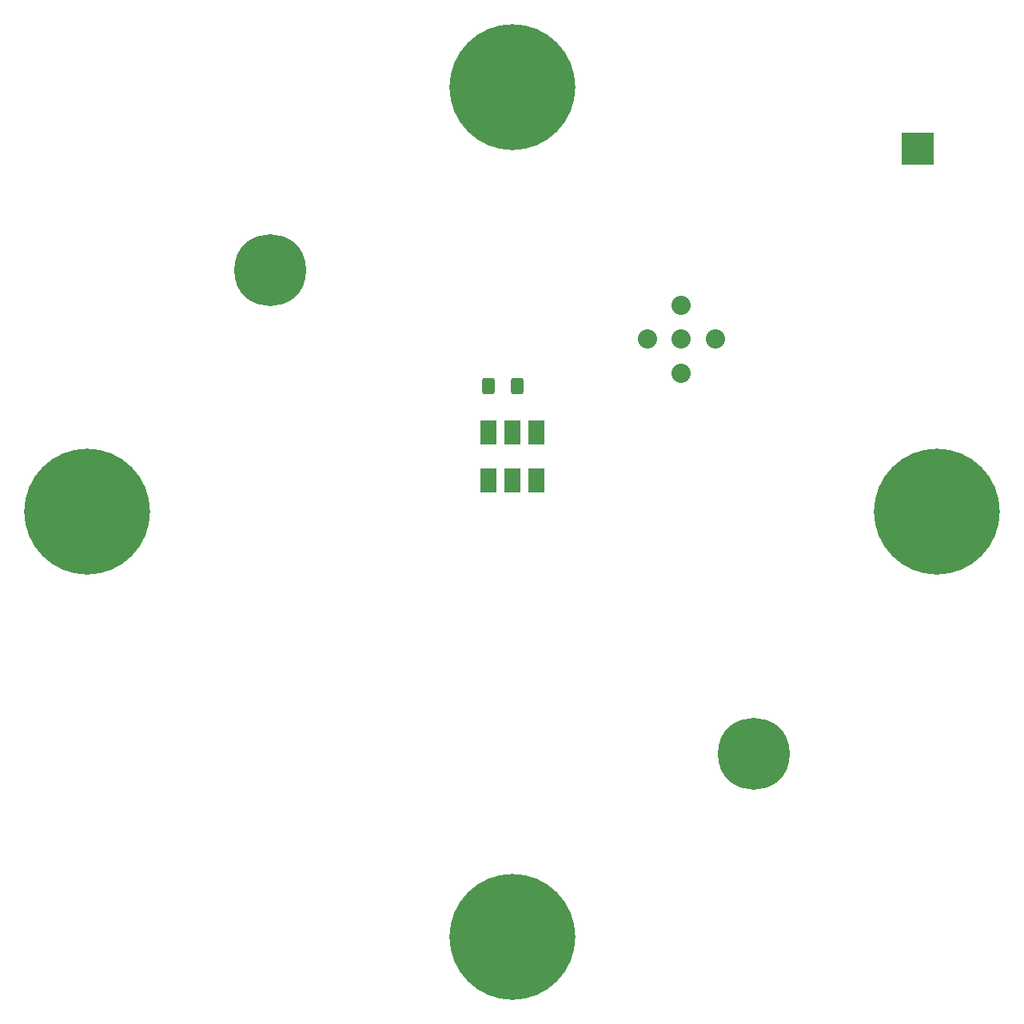
<source format=gbr>
G04 #@! TF.GenerationSoftware,KiCad,Pcbnew,6.0.4-6f826c9f35~116~ubuntu20.04.1*
G04 #@! TF.CreationDate,2022-04-28T21:29:12-04:00*
G04 #@! TF.ProjectId,LWA Active Test 2022,4c574120-4163-4746-9976-652054657374,1.1*
G04 #@! TF.SameCoordinates,Original*
G04 #@! TF.FileFunction,Soldermask,Top*
G04 #@! TF.FilePolarity,Negative*
%FSLAX46Y46*%
G04 Gerber Fmt 4.6, Leading zero omitted, Abs format (unit mm)*
G04 Created by KiCad (PCBNEW 6.0.4-6f826c9f35~116~ubuntu20.04.1) date 2022-04-28 21:29:12*
%MOMM*%
%LPD*%
G01*
G04 APERTURE LIST*
G04 Aperture macros list*
%AMRoundRect*
0 Rectangle with rounded corners*
0 $1 Rounding radius*
0 $2 $3 $4 $5 $6 $7 $8 $9 X,Y pos of 4 corners*
0 Add a 4 corners polygon primitive as box body*
4,1,4,$2,$3,$4,$5,$6,$7,$8,$9,$2,$3,0*
0 Add four circle primitives for the rounded corners*
1,1,$1+$1,$2,$3*
1,1,$1+$1,$4,$5*
1,1,$1+$1,$6,$7*
1,1,$1+$1,$8,$9*
0 Add four rect primitives between the rounded corners*
20,1,$1+$1,$2,$3,$4,$5,0*
20,1,$1+$1,$4,$5,$6,$7,0*
20,1,$1+$1,$6,$7,$8,$9,0*
20,1,$1+$1,$8,$9,$2,$3,0*%
G04 Aperture macros list end*
%ADD10C,13.335000*%
%ADD11R,1.651000X2.540000*%
%ADD12R,3.450001X3.450001*%
%ADD13C,7.620000*%
%ADD14RoundRect,0.250000X0.400000X0.625000X-0.400000X0.625000X-0.400000X-0.625000X0.400000X-0.625000X0*%
%ADD15C,2.032000*%
G04 APERTURE END LIST*
D10*
G04 #@! TO.C,FP1*
X37143588Y-99745800D03*
G04 #@! TD*
G04 #@! TO.C,FP2*
X127143612Y-99745800D03*
G04 #@! TD*
G04 #@! TO.C,FP3*
X82143600Y-54745788D03*
G04 #@! TD*
G04 #@! TO.C,FP4*
X82143600Y-144745812D03*
G04 #@! TD*
D11*
G04 #@! TO.C,H1*
X84683600Y-91363800D03*
X82143600Y-91363800D03*
X79603600Y-91363800D03*
X79603600Y-96443800D03*
X82143600Y-96443800D03*
X84683600Y-96443800D03*
G04 #@! TD*
D12*
G04 #@! TO.C,TP2*
X125069600Y-61264800D03*
G04 #@! TD*
D13*
G04 #@! TO.C,MH1*
X107769228Y-125371428D03*
G04 #@! TD*
G04 #@! TO.C,MH2*
X56517972Y-74120172D03*
G04 #@! TD*
D14*
G04 #@! TO.C,R3*
X82703600Y-86410800D03*
X79603600Y-86410800D03*
G04 #@! TD*
D15*
G04 #@! TO.C,S3*
X100050600Y-81457800D03*
X100050600Y-77865698D03*
X103642702Y-81457800D03*
X100050600Y-85049902D03*
X96458498Y-81457800D03*
G04 #@! TD*
M02*

</source>
